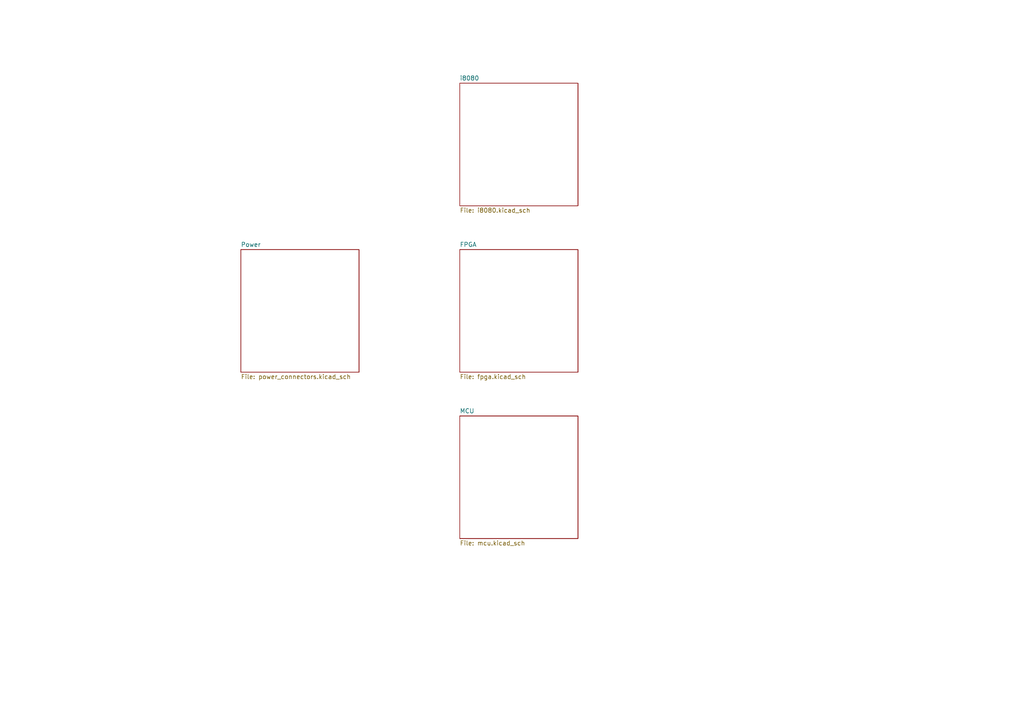
<source format=kicad_sch>
(kicad_sch
	(version 20250114)
	(generator "eeschema")
	(generator_version "9.0")
	(uuid "5b809076-4a72-43f7-861e-613b0b9d8303")
	(paper "A4")
	(lib_symbols)
	(sheet
		(at 133.35 24.13)
		(size 34.29 35.56)
		(exclude_from_sim no)
		(in_bom yes)
		(on_board yes)
		(dnp no)
		(fields_autoplaced yes)
		(stroke
			(width 0.1524)
			(type solid)
		)
		(fill
			(color 0 0 0 0.0000)
		)
		(uuid "1405b275-b579-4da2-9868-e2fafc5e4269")
		(property "Sheetname" "i8080"
			(at 133.35 23.4184 0)
			(effects
				(font
					(size 1.27 1.27)
				)
				(justify left bottom)
			)
		)
		(property "Sheetfile" "i8080.kicad_sch"
			(at 133.35 60.2746 0)
			(effects
				(font
					(size 1.27 1.27)
				)
				(justify left top)
			)
		)
		(instances
			(project "i8080-sbc"
				(path "/5b809076-4a72-43f7-861e-613b0b9d8303"
					(page "3")
				)
			)
		)
	)
	(sheet
		(at 69.85 72.39)
		(size 34.29 35.56)
		(exclude_from_sim no)
		(in_bom yes)
		(on_board yes)
		(dnp no)
		(fields_autoplaced yes)
		(stroke
			(width 0.1524)
			(type solid)
		)
		(fill
			(color 0 0 0 0.0000)
		)
		(uuid "52ab7aa1-1c14-4ee9-929f-af2fe2aed4ac")
		(property "Sheetname" "Power"
			(at 69.85 71.6784 0)
			(effects
				(font
					(size 1.27 1.27)
				)
				(justify left bottom)
			)
		)
		(property "Sheetfile" "power_connectors.kicad_sch"
			(at 69.85 108.5346 0)
			(effects
				(font
					(size 1.27 1.27)
				)
				(justify left top)
			)
		)
		(instances
			(project "i8080-sbc"
				(path "/5b809076-4a72-43f7-861e-613b0b9d8303"
					(page "2")
				)
			)
		)
	)
	(sheet
		(at 133.35 72.39)
		(size 34.29 35.56)
		(exclude_from_sim no)
		(in_bom yes)
		(on_board yes)
		(dnp no)
		(fields_autoplaced yes)
		(stroke
			(width 0.1524)
			(type solid)
		)
		(fill
			(color 0 0 0 0.0000)
		)
		(uuid "acc80ac8-e8ce-4e71-bcf4-f7319a1d9a7b")
		(property "Sheetname" "FPGA"
			(at 133.35 71.6784 0)
			(effects
				(font
					(size 1.27 1.27)
				)
				(justify left bottom)
			)
		)
		(property "Sheetfile" "fpga.kicad_sch"
			(at 133.35 108.5346 0)
			(effects
				(font
					(size 1.27 1.27)
				)
				(justify left top)
			)
		)
		(instances
			(project "i8080-sbc"
				(path "/5b809076-4a72-43f7-861e-613b0b9d8303"
					(page "4")
				)
			)
		)
	)
	(sheet
		(at 133.35 120.65)
		(size 34.29 35.56)
		(exclude_from_sim no)
		(in_bom yes)
		(on_board yes)
		(dnp no)
		(fields_autoplaced yes)
		(stroke
			(width 0.1524)
			(type solid)
		)
		(fill
			(color 0 0 0 0.0000)
		)
		(uuid "c9d49043-2f79-4538-93b8-acf7dfe28ffa")
		(property "Sheetname" "MCU"
			(at 133.35 119.9384 0)
			(effects
				(font
					(size 1.27 1.27)
				)
				(justify left bottom)
			)
		)
		(property "Sheetfile" "mcu.kicad_sch"
			(at 133.35 156.7946 0)
			(effects
				(font
					(size 1.27 1.27)
				)
				(justify left top)
			)
		)
		(instances
			(project "i8080-sbc"
				(path "/5b809076-4a72-43f7-861e-613b0b9d8303"
					(page "5")
				)
			)
		)
	)
	(sheet_instances
		(path "/"
			(page "1")
		)
	)
	(embedded_fonts no)
)

</source>
